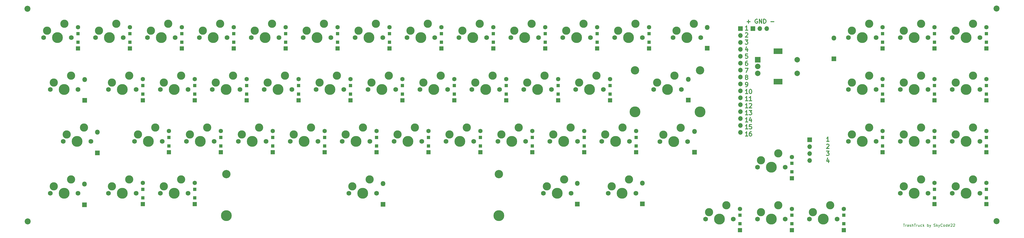
<source format=gbr>
G04 #@! TF.GenerationSoftware,KiCad,Pcbnew,7.0.1*
G04 #@! TF.CreationDate,2023-04-14T16:04:57-07:00*
G04 #@! TF.ProjectId,trashtruck.b,74726173-6874-4727-9563-6b2e622e6b69,rev?*
G04 #@! TF.SameCoordinates,Original*
G04 #@! TF.FileFunction,Soldermask,Top*
G04 #@! TF.FilePolarity,Negative*
%FSLAX46Y46*%
G04 Gerber Fmt 4.6, Leading zero omitted, Abs format (unit mm)*
G04 Created by KiCad (PCBNEW 7.0.1) date 2023-04-14 16:04:57*
%MOMM*%
%LPD*%
G01*
G04 APERTURE LIST*
%ADD10C,0.300000*%
%ADD11C,0.200000*%
%ADD12C,1.750000*%
%ADD13C,3.000000*%
%ADD14C,3.987800*%
%ADD15R,1.200000X1.200000*%
%ADD16R,1.600000X1.600000*%
%ADD17C,1.600000*%
%ADD18R,1.800000X1.800000*%
%ADD19O,1.800000X1.800000*%
%ADD20R,1.700000X1.700000*%
%ADD21O,1.700000X1.700000*%
%ADD22C,2.200000*%
%ADD23C,3.048000*%
%ADD24R,2.000000X2.000000*%
%ADD25C,2.000000*%
%ADD26R,3.200000X2.000000*%
G04 APERTURE END LIST*
D10*
X417238572Y-218212190D02*
X416381429Y-218212190D01*
X416810000Y-218212190D02*
X416810000Y-216612190D01*
X416810000Y-216612190D02*
X416667143Y-216840761D01*
X416667143Y-216840761D02*
X416524286Y-216993142D01*
X416524286Y-216993142D02*
X416381429Y-217069333D01*
X416381429Y-219356571D02*
X416452857Y-219280380D01*
X416452857Y-219280380D02*
X416595715Y-219204190D01*
X416595715Y-219204190D02*
X416952857Y-219204190D01*
X416952857Y-219204190D02*
X417095715Y-219280380D01*
X417095715Y-219280380D02*
X417167143Y-219356571D01*
X417167143Y-219356571D02*
X417238572Y-219508952D01*
X417238572Y-219508952D02*
X417238572Y-219661333D01*
X417238572Y-219661333D02*
X417167143Y-219889904D01*
X417167143Y-219889904D02*
X416310000Y-220804190D01*
X416310000Y-220804190D02*
X417238572Y-220804190D01*
X416310000Y-221796190D02*
X417238572Y-221796190D01*
X417238572Y-221796190D02*
X416738572Y-222405714D01*
X416738572Y-222405714D02*
X416952857Y-222405714D01*
X416952857Y-222405714D02*
X417095715Y-222481904D01*
X417095715Y-222481904D02*
X417167143Y-222558095D01*
X417167143Y-222558095D02*
X417238572Y-222710476D01*
X417238572Y-222710476D02*
X417238572Y-223091428D01*
X417238572Y-223091428D02*
X417167143Y-223243809D01*
X417167143Y-223243809D02*
X417095715Y-223320000D01*
X417095715Y-223320000D02*
X416952857Y-223396190D01*
X416952857Y-223396190D02*
X416524286Y-223396190D01*
X416524286Y-223396190D02*
X416381429Y-223320000D01*
X416381429Y-223320000D02*
X416310000Y-223243809D01*
X417095715Y-224921523D02*
X417095715Y-225988190D01*
X416738572Y-224312000D02*
X416381429Y-225454857D01*
X416381429Y-225454857D02*
X417310000Y-225454857D01*
D11*
X444482038Y-248479638D02*
X445053466Y-248479638D01*
X444767752Y-249479638D02*
X444767752Y-248479638D01*
X445386800Y-249479638D02*
X445386800Y-248812971D01*
X445386800Y-249003447D02*
X445434419Y-248908209D01*
X445434419Y-248908209D02*
X445482038Y-248860590D01*
X445482038Y-248860590D02*
X445577276Y-248812971D01*
X445577276Y-248812971D02*
X445672514Y-248812971D01*
X446434419Y-249479638D02*
X446434419Y-248955828D01*
X446434419Y-248955828D02*
X446386800Y-248860590D01*
X446386800Y-248860590D02*
X446291562Y-248812971D01*
X446291562Y-248812971D02*
X446101086Y-248812971D01*
X446101086Y-248812971D02*
X446005848Y-248860590D01*
X446434419Y-249432019D02*
X446339181Y-249479638D01*
X446339181Y-249479638D02*
X446101086Y-249479638D01*
X446101086Y-249479638D02*
X446005848Y-249432019D01*
X446005848Y-249432019D02*
X445958229Y-249336780D01*
X445958229Y-249336780D02*
X445958229Y-249241542D01*
X445958229Y-249241542D02*
X446005848Y-249146304D01*
X446005848Y-249146304D02*
X446101086Y-249098685D01*
X446101086Y-249098685D02*
X446339181Y-249098685D01*
X446339181Y-249098685D02*
X446434419Y-249051066D01*
X446862991Y-249432019D02*
X446958229Y-249479638D01*
X446958229Y-249479638D02*
X447148705Y-249479638D01*
X447148705Y-249479638D02*
X447243943Y-249432019D01*
X447243943Y-249432019D02*
X447291562Y-249336780D01*
X447291562Y-249336780D02*
X447291562Y-249289161D01*
X447291562Y-249289161D02*
X447243943Y-249193923D01*
X447243943Y-249193923D02*
X447148705Y-249146304D01*
X447148705Y-249146304D02*
X447005848Y-249146304D01*
X447005848Y-249146304D02*
X446910610Y-249098685D01*
X446910610Y-249098685D02*
X446862991Y-249003447D01*
X446862991Y-249003447D02*
X446862991Y-248955828D01*
X446862991Y-248955828D02*
X446910610Y-248860590D01*
X446910610Y-248860590D02*
X447005848Y-248812971D01*
X447005848Y-248812971D02*
X447148705Y-248812971D01*
X447148705Y-248812971D02*
X447243943Y-248860590D01*
X447720134Y-249479638D02*
X447720134Y-248479638D01*
X448148705Y-249479638D02*
X448148705Y-248955828D01*
X448148705Y-248955828D02*
X448101086Y-248860590D01*
X448101086Y-248860590D02*
X448005848Y-248812971D01*
X448005848Y-248812971D02*
X447862991Y-248812971D01*
X447862991Y-248812971D02*
X447767753Y-248860590D01*
X447767753Y-248860590D02*
X447720134Y-248908209D01*
X448482039Y-248479638D02*
X449053467Y-248479638D01*
X448767753Y-249479638D02*
X448767753Y-248479638D01*
X449386801Y-249479638D02*
X449386801Y-248812971D01*
X449386801Y-249003447D02*
X449434420Y-248908209D01*
X449434420Y-248908209D02*
X449482039Y-248860590D01*
X449482039Y-248860590D02*
X449577277Y-248812971D01*
X449577277Y-248812971D02*
X449672515Y-248812971D01*
X450434420Y-248812971D02*
X450434420Y-249479638D01*
X450005849Y-248812971D02*
X450005849Y-249336780D01*
X450005849Y-249336780D02*
X450053468Y-249432019D01*
X450053468Y-249432019D02*
X450148706Y-249479638D01*
X450148706Y-249479638D02*
X450291563Y-249479638D01*
X450291563Y-249479638D02*
X450386801Y-249432019D01*
X450386801Y-249432019D02*
X450434420Y-249384399D01*
X451339182Y-249432019D02*
X451243944Y-249479638D01*
X451243944Y-249479638D02*
X451053468Y-249479638D01*
X451053468Y-249479638D02*
X450958230Y-249432019D01*
X450958230Y-249432019D02*
X450910611Y-249384399D01*
X450910611Y-249384399D02*
X450862992Y-249289161D01*
X450862992Y-249289161D02*
X450862992Y-249003447D01*
X450862992Y-249003447D02*
X450910611Y-248908209D01*
X450910611Y-248908209D02*
X450958230Y-248860590D01*
X450958230Y-248860590D02*
X451053468Y-248812971D01*
X451053468Y-248812971D02*
X451243944Y-248812971D01*
X451243944Y-248812971D02*
X451339182Y-248860590D01*
X451767754Y-249479638D02*
X451767754Y-248479638D01*
X451862992Y-249098685D02*
X452148706Y-249479638D01*
X452148706Y-248812971D02*
X451767754Y-249193923D01*
X453339183Y-249479638D02*
X453339183Y-248479638D01*
X453339183Y-248860590D02*
X453434421Y-248812971D01*
X453434421Y-248812971D02*
X453624897Y-248812971D01*
X453624897Y-248812971D02*
X453720135Y-248860590D01*
X453720135Y-248860590D02*
X453767754Y-248908209D01*
X453767754Y-248908209D02*
X453815373Y-249003447D01*
X453815373Y-249003447D02*
X453815373Y-249289161D01*
X453815373Y-249289161D02*
X453767754Y-249384399D01*
X453767754Y-249384399D02*
X453720135Y-249432019D01*
X453720135Y-249432019D02*
X453624897Y-249479638D01*
X453624897Y-249479638D02*
X453434421Y-249479638D01*
X453434421Y-249479638D02*
X453339183Y-249432019D01*
X454148707Y-248812971D02*
X454386802Y-249479638D01*
X454624897Y-248812971D02*
X454386802Y-249479638D01*
X454386802Y-249479638D02*
X454291564Y-249717733D01*
X454291564Y-249717733D02*
X454243945Y-249765352D01*
X454243945Y-249765352D02*
X454148707Y-249812971D01*
X455720136Y-249432019D02*
X455862993Y-249479638D01*
X455862993Y-249479638D02*
X456101088Y-249479638D01*
X456101088Y-249479638D02*
X456196326Y-249432019D01*
X456196326Y-249432019D02*
X456243945Y-249384399D01*
X456243945Y-249384399D02*
X456291564Y-249289161D01*
X456291564Y-249289161D02*
X456291564Y-249193923D01*
X456291564Y-249193923D02*
X456243945Y-249098685D01*
X456243945Y-249098685D02*
X456196326Y-249051066D01*
X456196326Y-249051066D02*
X456101088Y-249003447D01*
X456101088Y-249003447D02*
X455910612Y-248955828D01*
X455910612Y-248955828D02*
X455815374Y-248908209D01*
X455815374Y-248908209D02*
X455767755Y-248860590D01*
X455767755Y-248860590D02*
X455720136Y-248765352D01*
X455720136Y-248765352D02*
X455720136Y-248670114D01*
X455720136Y-248670114D02*
X455767755Y-248574876D01*
X455767755Y-248574876D02*
X455815374Y-248527257D01*
X455815374Y-248527257D02*
X455910612Y-248479638D01*
X455910612Y-248479638D02*
X456148707Y-248479638D01*
X456148707Y-248479638D02*
X456291564Y-248527257D01*
X456720136Y-249479638D02*
X456720136Y-248479638D01*
X456815374Y-249098685D02*
X457101088Y-249479638D01*
X457101088Y-248812971D02*
X456720136Y-249193923D01*
X457434422Y-248812971D02*
X457672517Y-249479638D01*
X457910612Y-248812971D02*
X457672517Y-249479638D01*
X457672517Y-249479638D02*
X457577279Y-249717733D01*
X457577279Y-249717733D02*
X457529660Y-249765352D01*
X457529660Y-249765352D02*
X457434422Y-249812971D01*
X458862993Y-249384399D02*
X458815374Y-249432019D01*
X458815374Y-249432019D02*
X458672517Y-249479638D01*
X458672517Y-249479638D02*
X458577279Y-249479638D01*
X458577279Y-249479638D02*
X458434422Y-249432019D01*
X458434422Y-249432019D02*
X458339184Y-249336780D01*
X458339184Y-249336780D02*
X458291565Y-249241542D01*
X458291565Y-249241542D02*
X458243946Y-249051066D01*
X458243946Y-249051066D02*
X458243946Y-248908209D01*
X458243946Y-248908209D02*
X458291565Y-248717733D01*
X458291565Y-248717733D02*
X458339184Y-248622495D01*
X458339184Y-248622495D02*
X458434422Y-248527257D01*
X458434422Y-248527257D02*
X458577279Y-248479638D01*
X458577279Y-248479638D02*
X458672517Y-248479638D01*
X458672517Y-248479638D02*
X458815374Y-248527257D01*
X458815374Y-248527257D02*
X458862993Y-248574876D01*
X459434422Y-249479638D02*
X459339184Y-249432019D01*
X459339184Y-249432019D02*
X459291565Y-249384399D01*
X459291565Y-249384399D02*
X459243946Y-249289161D01*
X459243946Y-249289161D02*
X459243946Y-249003447D01*
X459243946Y-249003447D02*
X459291565Y-248908209D01*
X459291565Y-248908209D02*
X459339184Y-248860590D01*
X459339184Y-248860590D02*
X459434422Y-248812971D01*
X459434422Y-248812971D02*
X459577279Y-248812971D01*
X459577279Y-248812971D02*
X459672517Y-248860590D01*
X459672517Y-248860590D02*
X459720136Y-248908209D01*
X459720136Y-248908209D02*
X459767755Y-249003447D01*
X459767755Y-249003447D02*
X459767755Y-249289161D01*
X459767755Y-249289161D02*
X459720136Y-249384399D01*
X459720136Y-249384399D02*
X459672517Y-249432019D01*
X459672517Y-249432019D02*
X459577279Y-249479638D01*
X459577279Y-249479638D02*
X459434422Y-249479638D01*
X460624898Y-249479638D02*
X460624898Y-248479638D01*
X460624898Y-249432019D02*
X460529660Y-249479638D01*
X460529660Y-249479638D02*
X460339184Y-249479638D01*
X460339184Y-249479638D02*
X460243946Y-249432019D01*
X460243946Y-249432019D02*
X460196327Y-249384399D01*
X460196327Y-249384399D02*
X460148708Y-249289161D01*
X460148708Y-249289161D02*
X460148708Y-249003447D01*
X460148708Y-249003447D02*
X460196327Y-248908209D01*
X460196327Y-248908209D02*
X460243946Y-248860590D01*
X460243946Y-248860590D02*
X460339184Y-248812971D01*
X460339184Y-248812971D02*
X460529660Y-248812971D01*
X460529660Y-248812971D02*
X460624898Y-248860590D01*
X461482041Y-249432019D02*
X461386803Y-249479638D01*
X461386803Y-249479638D02*
X461196327Y-249479638D01*
X461196327Y-249479638D02*
X461101089Y-249432019D01*
X461101089Y-249432019D02*
X461053470Y-249336780D01*
X461053470Y-249336780D02*
X461053470Y-248955828D01*
X461053470Y-248955828D02*
X461101089Y-248860590D01*
X461101089Y-248860590D02*
X461196327Y-248812971D01*
X461196327Y-248812971D02*
X461386803Y-248812971D01*
X461386803Y-248812971D02*
X461482041Y-248860590D01*
X461482041Y-248860590D02*
X461529660Y-248955828D01*
X461529660Y-248955828D02*
X461529660Y-249051066D01*
X461529660Y-249051066D02*
X461053470Y-249146304D01*
X461910613Y-248574876D02*
X461958232Y-248527257D01*
X461958232Y-248527257D02*
X462053470Y-248479638D01*
X462053470Y-248479638D02*
X462291565Y-248479638D01*
X462291565Y-248479638D02*
X462386803Y-248527257D01*
X462386803Y-248527257D02*
X462434422Y-248574876D01*
X462434422Y-248574876D02*
X462482041Y-248670114D01*
X462482041Y-248670114D02*
X462482041Y-248765352D01*
X462482041Y-248765352D02*
X462434422Y-248908209D01*
X462434422Y-248908209D02*
X461862994Y-249479638D01*
X461862994Y-249479638D02*
X462482041Y-249479638D01*
X462862994Y-248574876D02*
X462910613Y-248527257D01*
X462910613Y-248527257D02*
X463005851Y-248479638D01*
X463005851Y-248479638D02*
X463243946Y-248479638D01*
X463243946Y-248479638D02*
X463339184Y-248527257D01*
X463339184Y-248527257D02*
X463386803Y-248574876D01*
X463386803Y-248574876D02*
X463434422Y-248670114D01*
X463434422Y-248670114D02*
X463434422Y-248765352D01*
X463434422Y-248765352D02*
X463386803Y-248908209D01*
X463386803Y-248908209D02*
X462815375Y-249479638D01*
X462815375Y-249479638D02*
X463434422Y-249479638D01*
D10*
X387177142Y-174265000D02*
X388320000Y-174265000D01*
X387748571Y-174836428D02*
X387748571Y-173693571D01*
X390962857Y-173407857D02*
X390820000Y-173336428D01*
X390820000Y-173336428D02*
X390605714Y-173336428D01*
X390605714Y-173336428D02*
X390391428Y-173407857D01*
X390391428Y-173407857D02*
X390248571Y-173550714D01*
X390248571Y-173550714D02*
X390177142Y-173693571D01*
X390177142Y-173693571D02*
X390105714Y-173979285D01*
X390105714Y-173979285D02*
X390105714Y-174193571D01*
X390105714Y-174193571D02*
X390177142Y-174479285D01*
X390177142Y-174479285D02*
X390248571Y-174622142D01*
X390248571Y-174622142D02*
X390391428Y-174765000D01*
X390391428Y-174765000D02*
X390605714Y-174836428D01*
X390605714Y-174836428D02*
X390748571Y-174836428D01*
X390748571Y-174836428D02*
X390962857Y-174765000D01*
X390962857Y-174765000D02*
X391034285Y-174693571D01*
X391034285Y-174693571D02*
X391034285Y-174193571D01*
X391034285Y-174193571D02*
X390748571Y-174193571D01*
X391677142Y-174836428D02*
X391677142Y-173336428D01*
X391677142Y-173336428D02*
X392534285Y-174836428D01*
X392534285Y-174836428D02*
X392534285Y-173336428D01*
X393248571Y-174836428D02*
X393248571Y-173336428D01*
X393248571Y-173336428D02*
X393605714Y-173336428D01*
X393605714Y-173336428D02*
X393820000Y-173407857D01*
X393820000Y-173407857D02*
X393962857Y-173550714D01*
X393962857Y-173550714D02*
X394034286Y-173693571D01*
X394034286Y-173693571D02*
X394105714Y-173979285D01*
X394105714Y-173979285D02*
X394105714Y-174193571D01*
X394105714Y-174193571D02*
X394034286Y-174479285D01*
X394034286Y-174479285D02*
X393962857Y-174622142D01*
X393962857Y-174622142D02*
X393820000Y-174765000D01*
X393820000Y-174765000D02*
X393605714Y-174836428D01*
X393605714Y-174836428D02*
X393248571Y-174836428D01*
X395891428Y-174265000D02*
X397034286Y-174265000D01*
X387432857Y-177374190D02*
X386575714Y-177374190D01*
X387004285Y-177374190D02*
X387004285Y-175774190D01*
X387004285Y-175774190D02*
X386861428Y-176002761D01*
X386861428Y-176002761D02*
X386718571Y-176155142D01*
X386718571Y-176155142D02*
X386575714Y-176231333D01*
X386575714Y-178518571D02*
X386647142Y-178442380D01*
X386647142Y-178442380D02*
X386790000Y-178366190D01*
X386790000Y-178366190D02*
X387147142Y-178366190D01*
X387147142Y-178366190D02*
X387290000Y-178442380D01*
X387290000Y-178442380D02*
X387361428Y-178518571D01*
X387361428Y-178518571D02*
X387432857Y-178670952D01*
X387432857Y-178670952D02*
X387432857Y-178823333D01*
X387432857Y-178823333D02*
X387361428Y-179051904D01*
X387361428Y-179051904D02*
X386504285Y-179966190D01*
X386504285Y-179966190D02*
X387432857Y-179966190D01*
X386504285Y-180958190D02*
X387432857Y-180958190D01*
X387432857Y-180958190D02*
X386932857Y-181567714D01*
X386932857Y-181567714D02*
X387147142Y-181567714D01*
X387147142Y-181567714D02*
X387290000Y-181643904D01*
X387290000Y-181643904D02*
X387361428Y-181720095D01*
X387361428Y-181720095D02*
X387432857Y-181872476D01*
X387432857Y-181872476D02*
X387432857Y-182253428D01*
X387432857Y-182253428D02*
X387361428Y-182405809D01*
X387361428Y-182405809D02*
X387290000Y-182482000D01*
X387290000Y-182482000D02*
X387147142Y-182558190D01*
X387147142Y-182558190D02*
X386718571Y-182558190D01*
X386718571Y-182558190D02*
X386575714Y-182482000D01*
X386575714Y-182482000D02*
X386504285Y-182405809D01*
X387290000Y-184083523D02*
X387290000Y-185150190D01*
X386932857Y-183474000D02*
X386575714Y-184616857D01*
X386575714Y-184616857D02*
X387504285Y-184616857D01*
X387361428Y-186142190D02*
X386647142Y-186142190D01*
X386647142Y-186142190D02*
X386575714Y-186904095D01*
X386575714Y-186904095D02*
X386647142Y-186827904D01*
X386647142Y-186827904D02*
X386790000Y-186751714D01*
X386790000Y-186751714D02*
X387147142Y-186751714D01*
X387147142Y-186751714D02*
X387290000Y-186827904D01*
X387290000Y-186827904D02*
X387361428Y-186904095D01*
X387361428Y-186904095D02*
X387432857Y-187056476D01*
X387432857Y-187056476D02*
X387432857Y-187437428D01*
X387432857Y-187437428D02*
X387361428Y-187589809D01*
X387361428Y-187589809D02*
X387290000Y-187666000D01*
X387290000Y-187666000D02*
X387147142Y-187742190D01*
X387147142Y-187742190D02*
X386790000Y-187742190D01*
X386790000Y-187742190D02*
X386647142Y-187666000D01*
X386647142Y-187666000D02*
X386575714Y-187589809D01*
X387290000Y-188734190D02*
X387004285Y-188734190D01*
X387004285Y-188734190D02*
X386861428Y-188810380D01*
X386861428Y-188810380D02*
X386790000Y-188886571D01*
X386790000Y-188886571D02*
X386647142Y-189115142D01*
X386647142Y-189115142D02*
X386575714Y-189419904D01*
X386575714Y-189419904D02*
X386575714Y-190029428D01*
X386575714Y-190029428D02*
X386647142Y-190181809D01*
X386647142Y-190181809D02*
X386718571Y-190258000D01*
X386718571Y-190258000D02*
X386861428Y-190334190D01*
X386861428Y-190334190D02*
X387147142Y-190334190D01*
X387147142Y-190334190D02*
X387290000Y-190258000D01*
X387290000Y-190258000D02*
X387361428Y-190181809D01*
X387361428Y-190181809D02*
X387432857Y-190029428D01*
X387432857Y-190029428D02*
X387432857Y-189648476D01*
X387432857Y-189648476D02*
X387361428Y-189496095D01*
X387361428Y-189496095D02*
X387290000Y-189419904D01*
X387290000Y-189419904D02*
X387147142Y-189343714D01*
X387147142Y-189343714D02*
X386861428Y-189343714D01*
X386861428Y-189343714D02*
X386718571Y-189419904D01*
X386718571Y-189419904D02*
X386647142Y-189496095D01*
X386647142Y-189496095D02*
X386575714Y-189648476D01*
X386504285Y-191326190D02*
X387504285Y-191326190D01*
X387504285Y-191326190D02*
X386861428Y-192926190D01*
X386861428Y-194603904D02*
X386718571Y-194527714D01*
X386718571Y-194527714D02*
X386647142Y-194451523D01*
X386647142Y-194451523D02*
X386575714Y-194299142D01*
X386575714Y-194299142D02*
X386575714Y-194222952D01*
X386575714Y-194222952D02*
X386647142Y-194070571D01*
X386647142Y-194070571D02*
X386718571Y-193994380D01*
X386718571Y-193994380D02*
X386861428Y-193918190D01*
X386861428Y-193918190D02*
X387147142Y-193918190D01*
X387147142Y-193918190D02*
X387290000Y-193994380D01*
X387290000Y-193994380D02*
X387361428Y-194070571D01*
X387361428Y-194070571D02*
X387432857Y-194222952D01*
X387432857Y-194222952D02*
X387432857Y-194299142D01*
X387432857Y-194299142D02*
X387361428Y-194451523D01*
X387361428Y-194451523D02*
X387290000Y-194527714D01*
X387290000Y-194527714D02*
X387147142Y-194603904D01*
X387147142Y-194603904D02*
X386861428Y-194603904D01*
X386861428Y-194603904D02*
X386718571Y-194680095D01*
X386718571Y-194680095D02*
X386647142Y-194756285D01*
X386647142Y-194756285D02*
X386575714Y-194908666D01*
X386575714Y-194908666D02*
X386575714Y-195213428D01*
X386575714Y-195213428D02*
X386647142Y-195365809D01*
X386647142Y-195365809D02*
X386718571Y-195442000D01*
X386718571Y-195442000D02*
X386861428Y-195518190D01*
X386861428Y-195518190D02*
X387147142Y-195518190D01*
X387147142Y-195518190D02*
X387290000Y-195442000D01*
X387290000Y-195442000D02*
X387361428Y-195365809D01*
X387361428Y-195365809D02*
X387432857Y-195213428D01*
X387432857Y-195213428D02*
X387432857Y-194908666D01*
X387432857Y-194908666D02*
X387361428Y-194756285D01*
X387361428Y-194756285D02*
X387290000Y-194680095D01*
X387290000Y-194680095D02*
X387147142Y-194603904D01*
X386718571Y-198110190D02*
X387004285Y-198110190D01*
X387004285Y-198110190D02*
X387147142Y-198034000D01*
X387147142Y-198034000D02*
X387218571Y-197957809D01*
X387218571Y-197957809D02*
X387361428Y-197729238D01*
X387361428Y-197729238D02*
X387432857Y-197424476D01*
X387432857Y-197424476D02*
X387432857Y-196814952D01*
X387432857Y-196814952D02*
X387361428Y-196662571D01*
X387361428Y-196662571D02*
X387290000Y-196586380D01*
X387290000Y-196586380D02*
X387147142Y-196510190D01*
X387147142Y-196510190D02*
X386861428Y-196510190D01*
X386861428Y-196510190D02*
X386718571Y-196586380D01*
X386718571Y-196586380D02*
X386647142Y-196662571D01*
X386647142Y-196662571D02*
X386575714Y-196814952D01*
X386575714Y-196814952D02*
X386575714Y-197195904D01*
X386575714Y-197195904D02*
X386647142Y-197348285D01*
X386647142Y-197348285D02*
X386718571Y-197424476D01*
X386718571Y-197424476D02*
X386861428Y-197500666D01*
X386861428Y-197500666D02*
X387147142Y-197500666D01*
X387147142Y-197500666D02*
X387290000Y-197424476D01*
X387290000Y-197424476D02*
X387361428Y-197348285D01*
X387361428Y-197348285D02*
X387432857Y-197195904D01*
X387432857Y-200702190D02*
X386575714Y-200702190D01*
X387004285Y-200702190D02*
X387004285Y-199102190D01*
X387004285Y-199102190D02*
X386861428Y-199330761D01*
X386861428Y-199330761D02*
X386718571Y-199483142D01*
X386718571Y-199483142D02*
X386575714Y-199559333D01*
X388361428Y-199102190D02*
X388504285Y-199102190D01*
X388504285Y-199102190D02*
X388647142Y-199178380D01*
X388647142Y-199178380D02*
X388718571Y-199254571D01*
X388718571Y-199254571D02*
X388789999Y-199406952D01*
X388789999Y-199406952D02*
X388861428Y-199711714D01*
X388861428Y-199711714D02*
X388861428Y-200092666D01*
X388861428Y-200092666D02*
X388789999Y-200397428D01*
X388789999Y-200397428D02*
X388718571Y-200549809D01*
X388718571Y-200549809D02*
X388647142Y-200626000D01*
X388647142Y-200626000D02*
X388504285Y-200702190D01*
X388504285Y-200702190D02*
X388361428Y-200702190D01*
X388361428Y-200702190D02*
X388218571Y-200626000D01*
X388218571Y-200626000D02*
X388147142Y-200549809D01*
X388147142Y-200549809D02*
X388075713Y-200397428D01*
X388075713Y-200397428D02*
X388004285Y-200092666D01*
X388004285Y-200092666D02*
X388004285Y-199711714D01*
X388004285Y-199711714D02*
X388075713Y-199406952D01*
X388075713Y-199406952D02*
X388147142Y-199254571D01*
X388147142Y-199254571D02*
X388218571Y-199178380D01*
X388218571Y-199178380D02*
X388361428Y-199102190D01*
X387432857Y-203294190D02*
X386575714Y-203294190D01*
X387004285Y-203294190D02*
X387004285Y-201694190D01*
X387004285Y-201694190D02*
X386861428Y-201922761D01*
X386861428Y-201922761D02*
X386718571Y-202075142D01*
X386718571Y-202075142D02*
X386575714Y-202151333D01*
X388861428Y-203294190D02*
X388004285Y-203294190D01*
X388432856Y-203294190D02*
X388432856Y-201694190D01*
X388432856Y-201694190D02*
X388289999Y-201922761D01*
X388289999Y-201922761D02*
X388147142Y-202075142D01*
X388147142Y-202075142D02*
X388004285Y-202151333D01*
X387432857Y-205886190D02*
X386575714Y-205886190D01*
X387004285Y-205886190D02*
X387004285Y-204286190D01*
X387004285Y-204286190D02*
X386861428Y-204514761D01*
X386861428Y-204514761D02*
X386718571Y-204667142D01*
X386718571Y-204667142D02*
X386575714Y-204743333D01*
X388004285Y-204438571D02*
X388075713Y-204362380D01*
X388075713Y-204362380D02*
X388218571Y-204286190D01*
X388218571Y-204286190D02*
X388575713Y-204286190D01*
X388575713Y-204286190D02*
X388718571Y-204362380D01*
X388718571Y-204362380D02*
X388789999Y-204438571D01*
X388789999Y-204438571D02*
X388861428Y-204590952D01*
X388861428Y-204590952D02*
X388861428Y-204743333D01*
X388861428Y-204743333D02*
X388789999Y-204971904D01*
X388789999Y-204971904D02*
X387932856Y-205886190D01*
X387932856Y-205886190D02*
X388861428Y-205886190D01*
X387432857Y-208478190D02*
X386575714Y-208478190D01*
X387004285Y-208478190D02*
X387004285Y-206878190D01*
X387004285Y-206878190D02*
X386861428Y-207106761D01*
X386861428Y-207106761D02*
X386718571Y-207259142D01*
X386718571Y-207259142D02*
X386575714Y-207335333D01*
X387932856Y-206878190D02*
X388861428Y-206878190D01*
X388861428Y-206878190D02*
X388361428Y-207487714D01*
X388361428Y-207487714D02*
X388575713Y-207487714D01*
X388575713Y-207487714D02*
X388718571Y-207563904D01*
X388718571Y-207563904D02*
X388789999Y-207640095D01*
X388789999Y-207640095D02*
X388861428Y-207792476D01*
X388861428Y-207792476D02*
X388861428Y-208173428D01*
X388861428Y-208173428D02*
X388789999Y-208325809D01*
X388789999Y-208325809D02*
X388718571Y-208402000D01*
X388718571Y-208402000D02*
X388575713Y-208478190D01*
X388575713Y-208478190D02*
X388147142Y-208478190D01*
X388147142Y-208478190D02*
X388004285Y-208402000D01*
X388004285Y-208402000D02*
X387932856Y-208325809D01*
X387432857Y-211070190D02*
X386575714Y-211070190D01*
X387004285Y-211070190D02*
X387004285Y-209470190D01*
X387004285Y-209470190D02*
X386861428Y-209698761D01*
X386861428Y-209698761D02*
X386718571Y-209851142D01*
X386718571Y-209851142D02*
X386575714Y-209927333D01*
X388718571Y-210003523D02*
X388718571Y-211070190D01*
X388361428Y-209394000D02*
X388004285Y-210536857D01*
X388004285Y-210536857D02*
X388932856Y-210536857D01*
X387432857Y-213662190D02*
X386575714Y-213662190D01*
X387004285Y-213662190D02*
X387004285Y-212062190D01*
X387004285Y-212062190D02*
X386861428Y-212290761D01*
X386861428Y-212290761D02*
X386718571Y-212443142D01*
X386718571Y-212443142D02*
X386575714Y-212519333D01*
X388789999Y-212062190D02*
X388075713Y-212062190D01*
X388075713Y-212062190D02*
X388004285Y-212824095D01*
X388004285Y-212824095D02*
X388075713Y-212747904D01*
X388075713Y-212747904D02*
X388218571Y-212671714D01*
X388218571Y-212671714D02*
X388575713Y-212671714D01*
X388575713Y-212671714D02*
X388718571Y-212747904D01*
X388718571Y-212747904D02*
X388789999Y-212824095D01*
X388789999Y-212824095D02*
X388861428Y-212976476D01*
X388861428Y-212976476D02*
X388861428Y-213357428D01*
X388861428Y-213357428D02*
X388789999Y-213509809D01*
X388789999Y-213509809D02*
X388718571Y-213586000D01*
X388718571Y-213586000D02*
X388575713Y-213662190D01*
X388575713Y-213662190D02*
X388218571Y-213662190D01*
X388218571Y-213662190D02*
X388075713Y-213586000D01*
X388075713Y-213586000D02*
X388004285Y-213509809D01*
X387432857Y-216254190D02*
X386575714Y-216254190D01*
X387004285Y-216254190D02*
X387004285Y-214654190D01*
X387004285Y-214654190D02*
X386861428Y-214882761D01*
X386861428Y-214882761D02*
X386718571Y-215035142D01*
X386718571Y-215035142D02*
X386575714Y-215111333D01*
X388718571Y-214654190D02*
X388432856Y-214654190D01*
X388432856Y-214654190D02*
X388289999Y-214730380D01*
X388289999Y-214730380D02*
X388218571Y-214806571D01*
X388218571Y-214806571D02*
X388075713Y-215035142D01*
X388075713Y-215035142D02*
X388004285Y-215339904D01*
X388004285Y-215339904D02*
X388004285Y-215949428D01*
X388004285Y-215949428D02*
X388075713Y-216101809D01*
X388075713Y-216101809D02*
X388147142Y-216178000D01*
X388147142Y-216178000D02*
X388289999Y-216254190D01*
X388289999Y-216254190D02*
X388575713Y-216254190D01*
X388575713Y-216254190D02*
X388718571Y-216178000D01*
X388718571Y-216178000D02*
X388789999Y-216101809D01*
X388789999Y-216101809D02*
X388861428Y-215949428D01*
X388861428Y-215949428D02*
X388861428Y-215568476D01*
X388861428Y-215568476D02*
X388789999Y-215416095D01*
X388789999Y-215416095D02*
X388718571Y-215339904D01*
X388718571Y-215339904D02*
X388575713Y-215263714D01*
X388575713Y-215263714D02*
X388289999Y-215263714D01*
X388289999Y-215263714D02*
X388147142Y-215339904D01*
X388147142Y-215339904D02*
X388075713Y-215416095D01*
X388075713Y-215416095D02*
X388004285Y-215568476D01*
D12*
X286235000Y-199140000D03*
D13*
X287505000Y-196600000D03*
D14*
X291315000Y-199140000D03*
D13*
X293855000Y-194060000D03*
D12*
X296395000Y-199140000D03*
D15*
X298815000Y-200845000D03*
D16*
X298815000Y-203170000D03*
D17*
X298815000Y-195370000D03*
D15*
X298815000Y-197695000D03*
D18*
X144020000Y-241520000D03*
D19*
X144020000Y-233900000D03*
D18*
X148780000Y-222410000D03*
D19*
X148780000Y-214790000D03*
D12*
X305285000Y-199140000D03*
D13*
X306555000Y-196600000D03*
D14*
X310365000Y-199140000D03*
D13*
X312905000Y-194060000D03*
D12*
X315445000Y-199140000D03*
D15*
X317865000Y-200845000D03*
D16*
X317865000Y-203170000D03*
D17*
X317865000Y-195370000D03*
D15*
X317865000Y-197695000D03*
D20*
X410150000Y-217610000D03*
D21*
X410150000Y-220150000D03*
X410150000Y-222690000D03*
X410150000Y-225230000D03*
D12*
X443397500Y-180090000D03*
D13*
X444667500Y-177550000D03*
D14*
X448477500Y-180090000D03*
D13*
X451017500Y-175010000D03*
D12*
X453557500Y-180090000D03*
D15*
X455977500Y-181795000D03*
D16*
X455977500Y-184120000D03*
D17*
X455977500Y-176320000D03*
D15*
X455977500Y-178645000D03*
D20*
X389350000Y-176830000D03*
D21*
X391890000Y-176830000D03*
X394430000Y-176830000D03*
D12*
X424347500Y-218190000D03*
D13*
X425617500Y-215650000D03*
D14*
X429427500Y-218190000D03*
D13*
X431967500Y-213110000D03*
D12*
X434507500Y-218190000D03*
D15*
X436927500Y-219895000D03*
D16*
X436927500Y-222220000D03*
D17*
X436927500Y-214420000D03*
D15*
X436927500Y-216745000D03*
D12*
X148122500Y-180090000D03*
D13*
X149392500Y-177550000D03*
D14*
X153202500Y-180090000D03*
D13*
X155742500Y-175010000D03*
D12*
X158282500Y-180090000D03*
D15*
X160702500Y-181795000D03*
D16*
X160702500Y-184120000D03*
D17*
X160702500Y-176320000D03*
D15*
X160702500Y-178645000D03*
D20*
X384740000Y-176760000D03*
D21*
X384740000Y-179300000D03*
X384740000Y-181840000D03*
X384740000Y-184380000D03*
X384740000Y-186920000D03*
X384740000Y-189460000D03*
X384740000Y-192000000D03*
X384740000Y-194540000D03*
X384740000Y-197080000D03*
X384740000Y-199620000D03*
X384740000Y-202160000D03*
X384740000Y-204700000D03*
X384740000Y-207240000D03*
X384740000Y-209780000D03*
X384740000Y-212320000D03*
X384740000Y-214860000D03*
D12*
X167172500Y-180090000D03*
D13*
X168442500Y-177550000D03*
D14*
X172252500Y-180090000D03*
D13*
X174792500Y-175010000D03*
D12*
X177332500Y-180090000D03*
D15*
X179752500Y-181795000D03*
D16*
X179752500Y-184120000D03*
D17*
X179752500Y-176320000D03*
D15*
X179752500Y-178645000D03*
D18*
X348730000Y-241160000D03*
D19*
X348730000Y-233540000D03*
D12*
X136270000Y-218200000D03*
D13*
X137540000Y-215660000D03*
D14*
X141350000Y-218200000D03*
D13*
X143890000Y-213120000D03*
D12*
X146430000Y-218200000D03*
X152885000Y-237240000D03*
D13*
X154155000Y-234700000D03*
D14*
X157965000Y-237240000D03*
D13*
X160505000Y-232160000D03*
D12*
X163045000Y-237240000D03*
D15*
X165465000Y-238945000D03*
D16*
X165465000Y-241270000D03*
D17*
X165465000Y-233470000D03*
D15*
X165465000Y-235795000D03*
D12*
X171935000Y-199140000D03*
D13*
X173205000Y-196600000D03*
D14*
X177015000Y-199140000D03*
D13*
X179555000Y-194060000D03*
D12*
X182095000Y-199140000D03*
D15*
X184515000Y-200845000D03*
D16*
X184515000Y-203170000D03*
D17*
X184515000Y-195370000D03*
D15*
X184515000Y-197695000D03*
D12*
X462447500Y-237240000D03*
D13*
X463717500Y-234700000D03*
D14*
X467527500Y-237240000D03*
D13*
X470067500Y-232160000D03*
D12*
X472607500Y-237240000D03*
D15*
X475027500Y-238945000D03*
D16*
X475027500Y-241270000D03*
D17*
X475027500Y-233470000D03*
D15*
X475027500Y-235795000D03*
D12*
X462447500Y-199140000D03*
D13*
X463717500Y-196600000D03*
D14*
X467527500Y-199140000D03*
D13*
X470067500Y-194060000D03*
D12*
X472607500Y-199140000D03*
D15*
X475027500Y-200845000D03*
D16*
X475027500Y-203170000D03*
D17*
X475027500Y-195370000D03*
D15*
X475027500Y-197695000D03*
D12*
X360030000Y-180060000D03*
D13*
X361300000Y-177520000D03*
D14*
X365110000Y-180060000D03*
D13*
X367650000Y-174980000D03*
D12*
X370190000Y-180060000D03*
X224322500Y-180090000D03*
D13*
X225592500Y-177550000D03*
D14*
X229402500Y-180090000D03*
D13*
X231942500Y-175010000D03*
D12*
X234482500Y-180090000D03*
D15*
X236902500Y-181795000D03*
D16*
X236902500Y-184120000D03*
D17*
X236902500Y-176320000D03*
D15*
X236902500Y-178645000D03*
D12*
X410060000Y-246765000D03*
D13*
X411330000Y-244225000D03*
D14*
X415140000Y-246765000D03*
D13*
X417680000Y-241685000D03*
D12*
X420220000Y-246765000D03*
D15*
X422640000Y-248470000D03*
D16*
X422640000Y-250795000D03*
D17*
X422640000Y-242995000D03*
D15*
X422640000Y-245320000D03*
D12*
X171935000Y-237240000D03*
D13*
X173205000Y-234700000D03*
D14*
X177015000Y-237240000D03*
D13*
X179555000Y-232160000D03*
D12*
X182095000Y-237240000D03*
D15*
X184515000Y-238945000D03*
D16*
X184515000Y-241270000D03*
D17*
X184515000Y-233470000D03*
D15*
X184515000Y-235795000D03*
D12*
X338622500Y-180090000D03*
D13*
X339892500Y-177550000D03*
D14*
X343702500Y-180090000D03*
D13*
X346242500Y-175010000D03*
D12*
X348782500Y-180090000D03*
D15*
X351202500Y-181795000D03*
D16*
X351202500Y-184120000D03*
D17*
X351202500Y-176320000D03*
D15*
X351202500Y-178645000D03*
D22*
X478770000Y-247480000D03*
D12*
X257660000Y-218190000D03*
D13*
X258930000Y-215650000D03*
D14*
X262740000Y-218190000D03*
D13*
X265280000Y-213110000D03*
D12*
X267820000Y-218190000D03*
D15*
X270240000Y-219895000D03*
D16*
X270240000Y-222220000D03*
D17*
X270240000Y-214420000D03*
D15*
X270240000Y-216745000D03*
D12*
X355210000Y-218250000D03*
D13*
X356480000Y-215710000D03*
D14*
X360290000Y-218250000D03*
D13*
X362830000Y-213170000D03*
D12*
X365370000Y-218250000D03*
X281472500Y-180090000D03*
D13*
X282742500Y-177550000D03*
D14*
X286552500Y-180090000D03*
D13*
X289092500Y-175010000D03*
D12*
X291632500Y-180090000D03*
D15*
X294052500Y-181795000D03*
D16*
X294052500Y-184120000D03*
D17*
X294052500Y-176320000D03*
D15*
X294052500Y-178645000D03*
D12*
X131507500Y-199150000D03*
D13*
X132777500Y-196610000D03*
D14*
X136587500Y-199150000D03*
D13*
X139127500Y-194070000D03*
D12*
X141667500Y-199150000D03*
X324335000Y-199140000D03*
D13*
X325605000Y-196600000D03*
D14*
X329415000Y-199140000D03*
D13*
X331955000Y-194060000D03*
D12*
X334495000Y-199140000D03*
D15*
X336915000Y-200845000D03*
D16*
X336915000Y-203170000D03*
D17*
X336915000Y-195370000D03*
D15*
X336915000Y-197695000D03*
D12*
X391010000Y-227715000D03*
D13*
X392280000Y-225175000D03*
D14*
X396090000Y-227715000D03*
D13*
X398630000Y-222635000D03*
D12*
X401170000Y-227715000D03*
D15*
X403590000Y-229420000D03*
D16*
X403590000Y-231745000D03*
D17*
X403590000Y-223945000D03*
D15*
X403590000Y-226270000D03*
D23*
X196125100Y-230265000D03*
D14*
X196125100Y-245505000D03*
D12*
X241045000Y-237250000D03*
D13*
X242315000Y-234710000D03*
D14*
X246125000Y-237250000D03*
D13*
X248665000Y-232170000D03*
D12*
X251205000Y-237250000D03*
D23*
X296124900Y-230265000D03*
D14*
X296124900Y-245505000D03*
D22*
X123180000Y-247610000D03*
D12*
X333860000Y-218190000D03*
D13*
X335130000Y-215650000D03*
D14*
X338940000Y-218190000D03*
D13*
X341480000Y-213110000D03*
D12*
X344020000Y-218190000D03*
D15*
X346440000Y-219895000D03*
D16*
X346440000Y-222220000D03*
D17*
X346440000Y-214420000D03*
D15*
X346440000Y-216745000D03*
D12*
X210035000Y-199140000D03*
D13*
X211305000Y-196600000D03*
D14*
X215115000Y-199140000D03*
D13*
X217655000Y-194060000D03*
D12*
X220195000Y-199140000D03*
D15*
X222615000Y-200845000D03*
D16*
X222615000Y-203170000D03*
D17*
X222615000Y-195370000D03*
D15*
X222615000Y-197695000D03*
D23*
X346028250Y-192125000D03*
D14*
X346028250Y-207365000D03*
D12*
X352886250Y-199110000D03*
D13*
X354156250Y-196570000D03*
D14*
X357966250Y-199110000D03*
D13*
X360506250Y-194030000D03*
D12*
X363046250Y-199110000D03*
D23*
X369904250Y-192125000D03*
D14*
X369904250Y-207365000D03*
D18*
X324930000Y-241200000D03*
D19*
X324930000Y-233580000D03*
D12*
X424347500Y-180090000D03*
D13*
X425617500Y-177550000D03*
D14*
X429427500Y-180090000D03*
D13*
X431967500Y-175010000D03*
D12*
X434507500Y-180090000D03*
D15*
X436927500Y-181795000D03*
D16*
X436927500Y-184120000D03*
D17*
X436927500Y-176320000D03*
D15*
X436927500Y-178645000D03*
D12*
X443397500Y-218190000D03*
D13*
X444667500Y-215650000D03*
D14*
X448477500Y-218190000D03*
D13*
X451017500Y-213110000D03*
D12*
X453557500Y-218190000D03*
D15*
X455977500Y-219895000D03*
D16*
X455977500Y-222220000D03*
D17*
X455977500Y-214420000D03*
D15*
X455977500Y-216745000D03*
D12*
X295760000Y-218190000D03*
D13*
X297030000Y-215650000D03*
D14*
X300840000Y-218190000D03*
D13*
X303380000Y-213110000D03*
D12*
X305920000Y-218190000D03*
D15*
X308340000Y-219895000D03*
D16*
X308340000Y-222220000D03*
D17*
X308340000Y-214420000D03*
D15*
X308340000Y-216745000D03*
D12*
X267185000Y-199140000D03*
D13*
X268455000Y-196600000D03*
D14*
X272265000Y-199140000D03*
D13*
X274805000Y-194060000D03*
D12*
X277345000Y-199140000D03*
D15*
X279765000Y-200845000D03*
D16*
X279765000Y-203170000D03*
D17*
X279765000Y-195370000D03*
D15*
X279765000Y-197695000D03*
D12*
X181460000Y-218190000D03*
D13*
X182730000Y-215650000D03*
D14*
X186540000Y-218190000D03*
D13*
X189080000Y-213110000D03*
D12*
X191620000Y-218190000D03*
D15*
X194040000Y-219895000D03*
D16*
X194040000Y-222220000D03*
D17*
X194040000Y-214420000D03*
D15*
X194040000Y-216745000D03*
D12*
X219560000Y-218190000D03*
D13*
X220830000Y-215650000D03*
D14*
X224640000Y-218190000D03*
D13*
X227180000Y-213110000D03*
D12*
X229720000Y-218190000D03*
D15*
X232140000Y-219895000D03*
D16*
X232140000Y-222220000D03*
D17*
X232140000Y-214420000D03*
D15*
X232140000Y-216745000D03*
D24*
X391080000Y-188210000D03*
D25*
X391080000Y-193210000D03*
X391080000Y-190710000D03*
D26*
X398580000Y-185110000D03*
X398580000Y-196310000D03*
D25*
X405580000Y-193210000D03*
X405580000Y-188210000D03*
D12*
X205272500Y-180090000D03*
D13*
X206542500Y-177550000D03*
D14*
X210352500Y-180090000D03*
D13*
X212892500Y-175010000D03*
D12*
X215432500Y-180090000D03*
D15*
X217852500Y-181795000D03*
D16*
X217852500Y-184120000D03*
D17*
X217852500Y-176320000D03*
D15*
X217852500Y-178645000D03*
D18*
X144140000Y-203150000D03*
D19*
X144140000Y-195530000D03*
D12*
X243372500Y-180090000D03*
D13*
X244642500Y-177550000D03*
D14*
X248452500Y-180090000D03*
D13*
X250992500Y-175010000D03*
D12*
X253532500Y-180090000D03*
D15*
X255952500Y-181795000D03*
D16*
X255952500Y-184120000D03*
D17*
X255952500Y-176320000D03*
D15*
X255952500Y-178645000D03*
D18*
X365580000Y-203070000D03*
D19*
X365580000Y-195450000D03*
D12*
X312405000Y-237210000D03*
D13*
X313675000Y-234670000D03*
D14*
X317485000Y-237210000D03*
D13*
X320025000Y-232130000D03*
D12*
X322565000Y-237210000D03*
X443397500Y-199140000D03*
D13*
X444667500Y-196600000D03*
D14*
X448477500Y-199140000D03*
D13*
X451017500Y-194060000D03*
D12*
X453557500Y-199140000D03*
D15*
X455977500Y-200845000D03*
D16*
X455977500Y-203170000D03*
D17*
X455977500Y-195370000D03*
D15*
X455977500Y-197695000D03*
D12*
X300522500Y-180090000D03*
D13*
X301792500Y-177550000D03*
D14*
X305602500Y-180090000D03*
D13*
X308142500Y-175010000D03*
D12*
X310682500Y-180090000D03*
D15*
X313102500Y-181795000D03*
D16*
X313102500Y-184120000D03*
D17*
X313102500Y-176320000D03*
D15*
X313102500Y-178645000D03*
D18*
X367940000Y-222200000D03*
D19*
X367940000Y-214580000D03*
D12*
X319572500Y-180090000D03*
D13*
X320842500Y-177550000D03*
D14*
X324652500Y-180090000D03*
D13*
X327192500Y-175010000D03*
D12*
X329732500Y-180090000D03*
D15*
X332152500Y-181795000D03*
D16*
X332152500Y-184120000D03*
D17*
X332152500Y-176320000D03*
D15*
X332152500Y-178645000D03*
D12*
X462447500Y-218190000D03*
D13*
X463717500Y-215650000D03*
D14*
X467527500Y-218190000D03*
D13*
X470067500Y-213110000D03*
D12*
X472607500Y-218190000D03*
D15*
X475027500Y-219895000D03*
D16*
X475027500Y-222220000D03*
D17*
X475027500Y-214420000D03*
D15*
X475027500Y-216745000D03*
D22*
X478690000Y-169430000D03*
D12*
X391010000Y-246765000D03*
D13*
X392280000Y-244225000D03*
D14*
X396090000Y-246765000D03*
D13*
X398630000Y-241685000D03*
D12*
X401170000Y-246765000D03*
D15*
X403590000Y-248470000D03*
D16*
X403590000Y-250795000D03*
D17*
X403590000Y-242995000D03*
D15*
X403590000Y-245320000D03*
D12*
X371960000Y-246765000D03*
D13*
X373230000Y-244225000D03*
D14*
X377040000Y-246765000D03*
D13*
X379580000Y-241685000D03*
D12*
X382120000Y-246765000D03*
D15*
X384540000Y-248470000D03*
D16*
X384540000Y-250795000D03*
D17*
X384540000Y-242995000D03*
D15*
X384540000Y-245320000D03*
D12*
X314810000Y-218190000D03*
D13*
X316080000Y-215650000D03*
D14*
X319890000Y-218190000D03*
D13*
X322430000Y-213110000D03*
D12*
X324970000Y-218190000D03*
D15*
X327390000Y-219895000D03*
D16*
X327390000Y-222220000D03*
D17*
X327390000Y-214420000D03*
D15*
X327390000Y-216745000D03*
D12*
X462447500Y-180090000D03*
D13*
X463717500Y-177550000D03*
D14*
X467527500Y-180090000D03*
D13*
X470067500Y-175010000D03*
D12*
X472607500Y-180090000D03*
D15*
X475027500Y-181795000D03*
D16*
X475027500Y-184120000D03*
D17*
X475027500Y-176320000D03*
D15*
X475027500Y-178645000D03*
D12*
X229085000Y-199140000D03*
D13*
X230355000Y-196600000D03*
D14*
X234165000Y-199140000D03*
D13*
X236705000Y-194060000D03*
D12*
X239245000Y-199140000D03*
D15*
X241665000Y-200845000D03*
D16*
X241665000Y-203170000D03*
D17*
X241665000Y-195370000D03*
D15*
X241665000Y-197695000D03*
D12*
X238610000Y-218190000D03*
D13*
X239880000Y-215650000D03*
D14*
X243690000Y-218190000D03*
D13*
X246230000Y-213110000D03*
D12*
X248770000Y-218190000D03*
D15*
X251190000Y-219895000D03*
D16*
X251190000Y-222220000D03*
D17*
X251190000Y-214420000D03*
D15*
X251190000Y-216745000D03*
D22*
X123100000Y-169560000D03*
D12*
X162410000Y-218190000D03*
D13*
X163680000Y-215650000D03*
D14*
X167490000Y-218190000D03*
D13*
X170030000Y-213110000D03*
D12*
X172570000Y-218190000D03*
D15*
X174990000Y-219895000D03*
D16*
X174990000Y-222220000D03*
D17*
X174990000Y-214420000D03*
D15*
X174990000Y-216745000D03*
D12*
X186222500Y-180090000D03*
D13*
X187492500Y-177550000D03*
D14*
X191302500Y-180090000D03*
D13*
X193842500Y-175010000D03*
D12*
X196382500Y-180090000D03*
D15*
X198802500Y-181795000D03*
D16*
X198802500Y-184120000D03*
D17*
X198802500Y-176320000D03*
D15*
X198802500Y-178645000D03*
D12*
X200510000Y-218190000D03*
D13*
X201780000Y-215650000D03*
D14*
X205590000Y-218190000D03*
D13*
X208130000Y-213110000D03*
D12*
X210670000Y-218190000D03*
D15*
X213090000Y-219895000D03*
D16*
X213090000Y-222220000D03*
D17*
X213090000Y-214420000D03*
D15*
X213090000Y-216745000D03*
D12*
X248135000Y-199140000D03*
D13*
X249405000Y-196600000D03*
D14*
X253215000Y-199140000D03*
D13*
X255755000Y-194060000D03*
D12*
X258295000Y-199140000D03*
D15*
X260715000Y-200845000D03*
D16*
X260715000Y-203170000D03*
D17*
X260715000Y-195370000D03*
D15*
X260715000Y-197695000D03*
D12*
X129072500Y-180090000D03*
D13*
X130342500Y-177550000D03*
D14*
X134152500Y-180090000D03*
D13*
X136692500Y-175010000D03*
D12*
X139232500Y-180090000D03*
D15*
X141652500Y-181795000D03*
D16*
X141652500Y-184120000D03*
D17*
X141652500Y-176320000D03*
D15*
X141652500Y-178645000D03*
D12*
X424347500Y-199140000D03*
D13*
X425617500Y-196600000D03*
D14*
X429427500Y-199140000D03*
D13*
X431967500Y-194060000D03*
D12*
X434507500Y-199140000D03*
D15*
X436927500Y-200845000D03*
D16*
X436927500Y-203170000D03*
D17*
X436927500Y-195370000D03*
D15*
X436927500Y-197695000D03*
D12*
X276710000Y-218190000D03*
D13*
X277980000Y-215650000D03*
D14*
X281790000Y-218190000D03*
D13*
X284330000Y-213110000D03*
D12*
X286870000Y-218190000D03*
D15*
X289290000Y-219895000D03*
D16*
X289290000Y-222220000D03*
D17*
X289290000Y-214420000D03*
D15*
X289290000Y-216745000D03*
D12*
X336217500Y-237210000D03*
D13*
X337487500Y-234670000D03*
D14*
X341297500Y-237210000D03*
D13*
X343837500Y-232130000D03*
D12*
X346377500Y-237210000D03*
D18*
X253590000Y-241340000D03*
D19*
X253590000Y-233720000D03*
D12*
X152885000Y-199140000D03*
D13*
X154155000Y-196600000D03*
D14*
X157965000Y-199140000D03*
D13*
X160505000Y-194060000D03*
D12*
X163045000Y-199140000D03*
D15*
X165465000Y-200845000D03*
D16*
X165465000Y-203170000D03*
D17*
X165465000Y-195370000D03*
D15*
X165465000Y-197695000D03*
D18*
X419050000Y-187870000D03*
D19*
X419050000Y-180250000D03*
D12*
X190985000Y-199140000D03*
D13*
X192255000Y-196600000D03*
D14*
X196065000Y-199140000D03*
D13*
X198605000Y-194060000D03*
D12*
X201145000Y-199140000D03*
D15*
X203565000Y-200845000D03*
D16*
X203565000Y-203170000D03*
D17*
X203565000Y-195370000D03*
D15*
X203565000Y-197695000D03*
D12*
X131507500Y-237250000D03*
D13*
X132777500Y-234710000D03*
D14*
X136587500Y-237250000D03*
D13*
X139127500Y-232170000D03*
D12*
X141667500Y-237250000D03*
X262422500Y-180090000D03*
D13*
X263692500Y-177550000D03*
D14*
X267502500Y-180090000D03*
D13*
X270042500Y-175010000D03*
D12*
X272582500Y-180090000D03*
D15*
X275002500Y-181795000D03*
D16*
X275002500Y-184120000D03*
D17*
X275002500Y-176320000D03*
D15*
X275002500Y-178645000D03*
D18*
X372540000Y-184030000D03*
D19*
X372540000Y-176410000D03*
D12*
X443397500Y-237240000D03*
D13*
X444667500Y-234700000D03*
D14*
X448477500Y-237240000D03*
D13*
X451017500Y-232160000D03*
D12*
X453557500Y-237240000D03*
D15*
X455977500Y-238945000D03*
D16*
X455977500Y-241270000D03*
D17*
X455977500Y-233470000D03*
D15*
X455977500Y-235795000D03*
M02*

</source>
